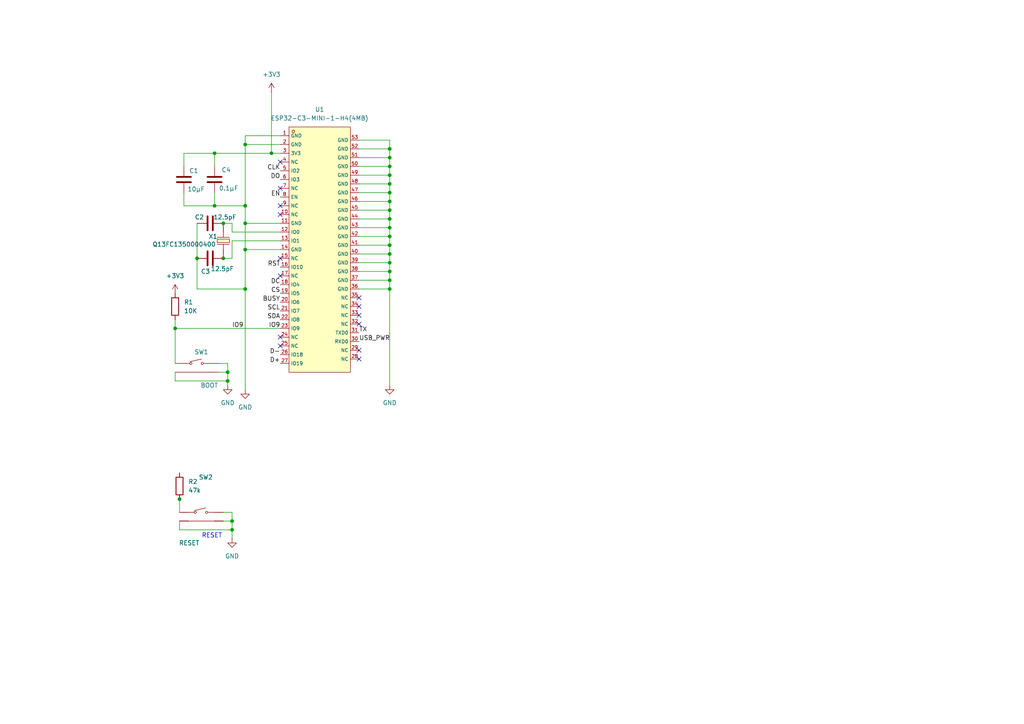
<source format=kicad_sch>
(kicad_sch (version 20231120) (generator "eeschema") (generator_version "8.0")
  (paper "A4")
  (lib_symbols
    (symbol "Device:C" (pin_numbers hide) (pin_names (offset 0.254))
      (property "Reference" "C" (at 0.635 2.54 0))
      (property "Value" "C" (at 0.635 -2.54 0))
      (symbol "C_0_1"
        (polyline (pts (xy -2.032 -0.762) (xy 2.032 -0.762)) (stroke (width 0.508)))
        (polyline (pts (xy -2.032 0.762) (xy 2.032 0.762)) (stroke (width 0.508)))
      )
      (symbol "C_1_1"
        (pin passive line (at 0 3.81 270) (length 2.794) (name "~") (number "1"))
        (pin passive line (at 0 -3.81 90) (length 2.794) (name "~") (number "2"))
      )
    )
    (symbol "Device:R" (pin_numbers hide) (pin_names (offset 0))
      (property "Reference" "R" (at 2.032 0 90))
      (property "Value" "R" (at 0 0 90))
      (symbol "R_0_1"
        (rectangle (start -1.016 -2.54) (end 1.016 2.54) (stroke (width 0.254)))
      )
      (symbol "R_1_1"
        (pin passive line (at 0 3.81 270) (length 1.27) (name "~") (number "1"))
        (pin passive line (at 0 -3.81 90) (length 1.27) (name "~") (number "2"))
      )
    )
    (symbol "TS-1077S-02026_1" (pin_numbers hide) (pin_names hide)
      (property "Reference" "SW" (at 0 5.08 0))
      (property "Value" "TS-1077S-02026" (at 0 -7.62 0))
      (symbol "TS-1077S-02026_1_0_1"
        (circle (center -3.05 0) (radius 0.32))
        (polyline (pts (xy -5.08 -2.54) (xy 2.54 -2.54)))
        (polyline (pts (xy -3.3 0) (xy -5.08 0)))
        (polyline (pts (xy -3.3 0.51) (xy 0 1.27)))
        (polyline (pts (xy 0.76 0) (xy 2.54 0)))
        (circle (center 0.25 0) (radius 0.32))
        (pin unspecified line (at -7.62 0 0) (length 2.54) (name "1") (number "1"))
        (pin unspecified line (at 5.08 0 180) (length 2.54) (name "2") (number "2"))
        (pin unspecified line (at 5.08 -2.54 180) (length 2.54) (name "3") (number "3"))
        (pin unspecified line (at -7.62 -2.54 0) (length 2.54) (name "4") (number "4"))
      )
    )
    (symbol "easyeda2kicad.kicad_sym:ESP32-C3-MINI-1-H4(4MB)"
      (property "Reference" "U" (at 0 1.27 0))
      (property "Value" "ESP32-C3-MINI-1-H4(4MB)" (at 0 -2.54 0))
      (symbol "ESP32-C3-MINI-1-H4(4MB)_0_1"
        (rectangle (start -8.89 35.5601) (end 8.89 -35.5601) (fill (type background)))
        (circle (center -7.62 34.2901) (radius 0.381) (fill (type background)))
        (pin power_in line (at -11.43 33.02 0) (length 2.54) (name "GND") (number "1"))
        (pin free line (at -11.43 10.16 0) (length 2.54) (name "NC") (number "10"))
        (pin power_in line (at -11.43 7.62 0) (length 2.54) (name "GND") (number "11"))
        (pin bidirectional line (at -11.43 5.08 0) (length 2.54) (name "IO0") (number "12"))
        (pin bidirectional line (at -11.43 2.54 0) (length 2.54) (name "IO1") (number "13"))
        (pin power_in line (at -11.43 0 0) (length 2.54) (name "GND") (number "14"))
        (pin free line (at -11.43 -2.54 0) (length 2.54) (name "NC") (number "15"))
        (pin bidirectional line (at -11.43 -5.08 0) (length 2.54) (name "IO10") (number "16"))
        (pin free line (at -11.43 -7.62 0) (length 2.54) (name "NC") (number "17"))
        (pin bidirectional line (at -11.43 -10.16 0) (length 2.54) (name "IO4") (number "18"))
        (pin bidirectional line (at -11.43 -12.7 0) (length 2.54) (name "IO5") (number "19"))
        (pin power_in line (at -11.43 30.48 0) (length 2.54) (name "GND") (number "2"))
        (pin bidirectional line (at -11.43 -15.24 0) (length 2.54) (name "IO6") (number "20"))
        (pin bidirectional line (at -11.43 -17.78 0) (length 2.54) (name "IO7") (number "21"))
        (pin bidirectional line (at -11.43 -20.32 0) (length 2.54) (name "IO8") (number "22"))
        (pin bidirectional line (at -11.43 -22.86 0) (length 2.54) (name "IO9") (number "23"))
        (pin free line (at -11.43 -25.4 0) (length 2.54) (name "NC") (number "24"))
        (pin free line (at -11.43 -27.94 0) (length 2.54) (name "NC") (number "25"))
        (pin bidirectional line (at -11.43 -30.48 0) (length 2.54) (name "IO18") (number "26"))
        (pin bidirectional line (at -11.43 -33.02 0) (length 2.54) (name "IO19") (number "27"))
        (pin free line (at 11.43 -31.75 180) (length 2.54) (name "NC") (number "28"))
        (pin free line (at 11.43 -29.21 180) (length 2.54) (name "NC") (number "29"))
        (pin power_in line (at -11.43 27.94 0) (length 2.54) (name "3V3") (number "3"))
        (pin input line (at 11.43 -26.67 180) (length 2.54) (name "RXD0") (number "30"))
        (pin output line (at 11.43 -24.13 180) (length 2.54) (name "TXD0") (number "31"))
        (pin free line (at 11.43 -21.59 180) (length 2.54) (name "NC") (number "32"))
        (pin free line (at 11.43 -19.05 180) (length 2.54) (name "NC") (number "33"))
        (pin free line (at 11.43 -16.51 180) (length 2.54) (name "NC") (number "34"))
        (pin power_out line (at 11.43 -13.97 180) (length 2.54) (name "NC") (number "35"))
        (pin power_in line (at 11.43 -11.43 180) (length 2.54) (name "GND") (number "36"))
        (pin power_in line (at 11.43 -8.89 180) (length 2.54) (name "GND") (number "37"))
        (pin power_in line (at 11.43 -6.35 180) (length 2.54) (name "GND") (number "38"))
        (pin power_in line (at 11.43 -3.81 180) (length 2.54) (name "GND") (number "39"))
        (pin free line (at -11.43 25.4 0) (length 2.54) (name "NC") (number "4"))
        (pin power_in line (at 11.43 -1.27 180) (length 2.54) (name "GND") (number "40"))
        (pin power_in line (at 11.43 1.27 180) (length 2.54) (name "GND") (number "41"))
        (pin power_in line (at 11.43 3.81 180) (length 2.54) (name "GND") (number "42"))
        (pin power_in line (at 11.43 6.35 180) (length 2.54) (name "GND") (number "43"))
        (pin power_in line (at 11.43 8.89 180) (length 2.54) (name "GND") (number "44"))
        (pin power_in line (at 11.43 11.43 180) (length 2.54) (name "GND") (number "45"))
        (pin power_in line (at 11.43 13.97 180) (length 2.54) (name "GND") (number "46"))
        (pin power_in line (at 11.43 16.51 180) (length 2.54) (name "GND") (number "47"))
        (pin power_in line (at 11.43 19.05 180) (length 2.54) (name "GND") (number "48"))
        (pin power_in line (at 11.43 21.59 180) (length 2.54) (name "GND") (number "49"))
        (pin bidirectional line (at -11.43 22.86 0) (length 2.54) (name "IO2") (number "5"))
        (pin power_in line (at 11.43 24.13 180) (length 2.54) (name "GND") (number "50"))
        (pin power_in line (at 11.43 26.67 180) (length 2.54) (name "GND") (number "51"))
        (pin power_in line (at 11.43 29.21 180) (length 2.54) (name "GND") (number "52"))
        (pin power_in line (at 11.43 31.75 180) (length 2.54) (name "GND") (number "53"))
        (pin bidirectional line (at -11.43 20.32 0) (length 2.54) (name "IO3") (number "6"))
        (pin free line (at -11.43 17.78 0) (length 2.54) (name "NC") (number "7"))
        (pin input line (at -11.43 15.24 0) (length 2.54) (name "EN") (number "8"))
        (pin free line (at -11.43 12.7 0) (length 2.54) (name "NC") (number "9"))
      )
    )
    (symbol "new:Q13FC1350000400" (pin_numbers hide) (pin_names hide)
      (property "Reference" "X" (at 0 5.08 0))
      (property "Value" "Q13FC1350000400" (at 0 -5.08 0))
      (symbol "Q13FC1350000400_0_1"
        (rectangle (start -0.51 1.78) (end 0.51 -1.78) (fill (type background)))
        (polyline (pts (xy -2.54 0) (xy -1.02 0)))
        (polyline (pts (xy -1.02 1.78) (xy -1.02 -1.78)))
        (polyline (pts (xy 1.02 0) (xy 2.54 0)))
        (polyline (pts (xy 1.02 1.78) (xy 1.02 -1.78)))
        (pin unspecified line (at -5.08 0 0) (length 2.54) (name "1") (number "1"))
        (pin unspecified line (at 5.08 0 180) (length 2.54) (name "2") (number "2"))
      )
    )
    (symbol "new:TS-1077S-02026" (pin_numbers hide) (pin_names hide)
      (property "Reference" "SW" (at 0 5.08 0))
      (property "Value" "TS-1077S-02026" (at 0 -7.62 0))
      (symbol "TS-1077S-02026_0_1"
        (circle (center -3.05 0) (radius 0.32))
        (polyline (pts (xy -5.08 -2.54) (xy 2.54 -2.54)))
        (polyline (pts (xy -3.3 0) (xy -5.08 0)))
        (polyline (pts (xy -3.3 0.51) (xy 0 1.27)))
        (polyline (pts (xy 0.76 0) (xy 2.54 0)))
        (circle (center 0.25 0) (radius 0.32))
        (pin unspecified line (at -7.62 0 0) (length 2.54) (name "1") (number "1"))
        (pin unspecified line (at 5.08 0 180) (length 2.54) (name "2") (number "2"))
        (pin unspecified line (at 5.08 -2.54 180) (length 2.54) (name "3") (number "3"))
        (pin unspecified line (at -7.62 -2.54 0) (length 2.54) (name "4") (number "4"))
      )
    )
    (symbol "power:+3V3" (power) (pin_numbers hide) (pin_names (offset 0) hide)
      (property "Value" "+3V3" (at 0 3.556 0))
      (symbol "+3V3_0_1"
        (polyline (pts (xy -0.762 1.27) (xy 0 2.54)))
        (polyline (pts (xy 0 0) (xy 0 2.54)))
        (polyline (pts (xy 0 2.54) (xy 0.762 1.27)))
      )
      (symbol "+3V3_1_1"
        (pin power_in line (at 0 0 90) (length 0) (name "~") (number "1"))
      )
    )
    (symbol "power:GND" (power) (pin_numbers hide) (pin_names (offset 0) hide)
      (property "Value" "GND" (at 0 -3.81 0))
      (symbol "GND_0_1"
        (polyline (pts (xy 0 0) (xy 0 -1.27) (xy 1.27 -1.27) (xy 0 -2.54) (xy -1.27 -1.27) (xy 0 -1.27)))
      )
      (symbol "GND_1_1"
        (pin power_in line (at 0 0 270) (length 0) (name "~") (number "1"))
      )
    )
  )
  (junction (at 67.31 153.67))
  (junction (at 113.03 60.96))
  (junction (at 78.74 44.45))
  (junction (at 113.03 43.18))
  (junction (at 57.15 74.93))
  (junction (at 66.04 107.95))
  (junction (at 71.12 59.69))
  (junction (at 113.03 76.2))
  (junction (at 113.03 58.42))
  (junction (at 64.77 64.77))
  (junction (at 66.04 110.49))
  (junction (at 71.12 41.91))
  (junction (at 113.03 55.88))
  (junction (at 113.03 81.28))
  (junction (at 71.12 72.39))
  (junction (at 64.77 74.93))
  (junction (at 52.07 144.78))
  (junction (at 113.03 71.12))
  (junction (at 113.03 78.74))
  (junction (at 113.03 63.5))
  (junction (at 113.03 66.04))
  (junction (at 113.03 45.72))
  (junction (at 67.31 151.13))
  (junction (at 113.03 83.82))
  (junction (at 62.23 59.69))
  (junction (at 71.12 64.77))
  (junction (at 113.03 68.58))
  (junction (at 113.03 50.8))
  (junction (at 62.23 44.45))
  (junction (at 113.03 53.34))
  (junction (at 113.03 73.66))
  (junction (at 71.12 83.82))
  (junction (at 113.03 48.26))
  (junction (at 50.8 95.25))
  (no_connect (at 81.28 46.99))
  (no_connect (at 104.14 93.98))
  (no_connect (at 104.14 91.44))
  (no_connect (at 104.14 86.36))
  (no_connect (at 81.28 59.69))
  (no_connect (at 104.14 88.9))
  (no_connect (at 81.28 80.01))
  (no_connect (at 81.28 62.23))
  (no_connect (at 104.14 101.6))
  (no_connect (at 81.28 100.33))
  (no_connect (at 81.28 54.61))
  (no_connect (at 104.14 104.14))
  (no_connect (at 81.28 74.93))
  (no_connect (at 81.28 97.79))
  (wire (pts (xy 52.07 144.78) (xy 52.07 148.59)))
  (wire (pts (xy 52.07 143.51) (xy 52.07 144.78)))
  (wire (pts (xy 53.34 55.88) (xy 53.34 59.69)))
  (wire (pts (xy 52.07 151.13) (xy 52.07 153.67)))
  (wire (pts (xy 113.03 66.04) (xy 113.03 68.58)))
  (wire (pts (xy 104.14 58.42) (xy 113.03 58.42)))
  (wire (pts (xy 113.03 73.66) (xy 113.03 76.2)))
  (wire (pts (xy 67.31 153.67) (xy 67.31 156.21)))
  (wire (pts (xy 50.8 110.49) (xy 66.04 110.49)))
  (wire (pts (xy 64.77 74.93) (xy 67.31 74.93)))
  (wire (pts (xy 67.31 148.59) (xy 64.77 148.59)))
  (wire (pts (xy 104.14 73.66) (xy 113.03 73.66)))
  (wire (pts (xy 104.14 55.88) (xy 113.03 55.88)))
  (wire (pts (xy 113.03 45.72) (xy 113.03 48.26)))
  (wire (pts (xy 104.14 71.12) (xy 113.03 71.12)))
  (wire (pts (xy 81.28 44.45) (xy 78.74 44.45)))
  (wire (pts (xy 71.12 39.37) (xy 71.12 41.91)))
  (wire (pts (xy 113.03 81.28) (xy 113.03 83.82)))
  (wire (pts (xy 71.12 72.39) (xy 81.28 72.39)))
  (wire (pts (xy 113.03 63.5) (xy 113.03 66.04)))
  (wire (pts (xy 67.31 151.13) (xy 67.31 153.67)))
  (wire (pts (xy 104.14 48.26) (xy 113.03 48.26)))
  (wire (pts (xy 52.07 153.67) (xy 67.31 153.67)))
  (wire (pts (xy 63.5 105.41) (xy 66.04 105.41)))
  (wire (pts (xy 71.12 41.91) (xy 71.12 59.69)))
  (wire (pts (xy 71.12 83.82) (xy 71.12 113.03)))
  (wire (pts (xy 113.03 53.34) (xy 113.03 55.88)))
  (wire (pts (xy 57.15 83.82) (xy 71.12 83.82)))
  (wire (pts (xy 104.14 66.04) (xy 113.03 66.04)))
  (wire (pts (xy 62.23 55.88) (xy 62.23 59.69)))
  (wire (pts (xy 104.14 45.72) (xy 113.03 45.72)))
  (wire (pts (xy 71.12 72.39) (xy 71.12 83.82)))
  (wire (pts (xy 57.15 74.93) (xy 57.15 83.82)))
  (wire (pts (xy 104.14 68.58) (xy 113.03 68.58)))
  (wire (pts (xy 113.03 40.64) (xy 113.03 43.18)))
  (wire (pts (xy 104.14 60.96) (xy 113.03 60.96)))
  (wire (pts (xy 113.03 50.8) (xy 113.03 53.34)))
  (wire (pts (xy 78.74 44.45) (xy 62.23 44.45)))
  (wire (pts (xy 50.8 92.71) (xy 50.8 95.25)))
  (wire (pts (xy 71.12 59.69) (xy 71.12 64.77)))
  (wire (pts (xy 78.74 26.67) (xy 78.74 44.45)))
  (wire (pts (xy 104.14 83.82) (xy 113.03 83.82)))
  (wire (pts (xy 104.14 43.18) (xy 113.03 43.18)))
  (wire (pts (xy 71.12 41.91) (xy 81.28 41.91)))
  (wire (pts (xy 104.14 81.28) (xy 113.03 81.28)))
  (wire (pts (xy 67.31 148.59) (xy 67.31 151.13)))
  (wire (pts (xy 113.03 68.58) (xy 113.03 71.12)))
  (wire (pts (xy 104.14 78.74) (xy 113.03 78.74)))
  (wire (pts (xy 113.03 55.88) (xy 113.03 58.42)))
  (wire (pts (xy 63.5 107.95) (xy 66.04 107.95)))
  (wire (pts (xy 81.28 67.31) (xy 67.31 67.31)))
  (wire (pts (xy 81.28 69.85) (xy 67.31 69.85)))
  (wire (pts (xy 67.31 64.77) (xy 64.77 64.77)))
  (wire (pts (xy 71.12 64.77) (xy 71.12 72.39)))
  (wire (pts (xy 62.23 44.45) (xy 53.34 44.45)))
  (wire (pts (xy 113.03 43.18) (xy 113.03 45.72)))
  (wire (pts (xy 50.8 95.25) (xy 50.8 105.41)))
  (wire (pts (xy 57.15 64.77) (xy 57.15 74.93)))
  (wire (pts (xy 113.03 60.96) (xy 113.03 63.5)))
  (wire (pts (xy 62.23 59.69) (xy 71.12 59.69)))
  (wire (pts (xy 53.34 44.45) (xy 53.34 48.26)))
  (wire (pts (xy 67.31 67.31) (xy 67.31 64.77)))
  (wire (pts (xy 104.14 50.8) (xy 113.03 50.8)))
  (wire (pts (xy 104.14 40.64) (xy 113.03 40.64)))
  (wire (pts (xy 104.14 76.2) (xy 113.03 76.2)))
  (wire (pts (xy 81.28 39.37) (xy 71.12 39.37)))
  (wire (pts (xy 113.03 48.26) (xy 113.03 50.8)))
  (wire (pts (xy 104.14 53.34) (xy 113.03 53.34)))
  (wire (pts (xy 53.34 59.69) (xy 62.23 59.69)))
  (wire (pts (xy 113.03 71.12) (xy 113.03 73.66)))
  (wire (pts (xy 67.31 69.85) (xy 67.31 74.93)))
  (wire (pts (xy 66.04 107.95) (xy 66.04 110.49)))
  (wire (pts (xy 113.03 78.74) (xy 113.03 81.28)))
  (wire (pts (xy 113.03 83.82) (xy 113.03 111.76)))
  (wire (pts (xy 66.04 105.41) (xy 66.04 107.95)))
  (wire (pts (xy 113.03 58.42) (xy 113.03 60.96)))
  (wire (pts (xy 64.77 151.13) (xy 67.31 151.13)))
  (wire (pts (xy 104.14 63.5) (xy 113.03 63.5)))
  (wire (pts (xy 50.8 107.95) (xy 50.8 110.49)))
  (wire (pts (xy 71.12 64.77) (xy 81.28 64.77)))
  (wire (pts (xy 62.23 44.45) (xy 62.23 48.26)))
  (wire (pts (xy 66.04 110.49) (xy 66.04 111.76)))
  (wire (pts (xy 50.8 95.25) (xy 81.28 95.25)))
  (wire (pts (xy 113.03 76.2) (xy 113.03 78.74)))
  (text "RESET" (at 61.468 155.448 0) (effects (font (size 1.27 1.27))))
  (label "TX" (at 104.14 96.52 0))
  (label "CS" (at 81.28 85.09 180))
  (label "CLK" (at 81.28 49.53 180))
  (label "IO9" (at 81.28 95.25 180))
  (label "SDA" (at 81.28 92.71 180))
  (label "BUSY" (at 81.28 87.63 180))
  (label "DC" (at 81.28 82.55 180))
  (label "RST" (at 81.28 77.47 180))
  (label "USB_PWR" (at 104.14 99.06 0))
  (label "SCL" (at 81.28 90.17 180))
  (label "DO" (at 81.28 52.07 180))
  (label "D+" (at 81.28 105.41 180))
  (label "IO9" (at 67.31 95.25 0))
  (label "EN" (at 81.28 57.15 180))
  (label "D-" (at 81.28 102.87 180))
  (symbol (lib_id "power:GND") (at 67.31 156.21 0) (unit 1)
    (property "Reference" "#PWR06" (effects (hide yes)))
    (property "Value" "GND" (at 67.31 161.29 0))
    (property "Description" "Power symbol creates a global label with name \"GND\" , ground" (effects (hide yes)))
  )
  (symbol (lib_id "Device:C") (at 62.23 52.07 0) (unit 1)
    (property "Reference" "C4" (at 64.262 49.276 0) (effects (justify left)))
    (property "Value" "0.1µF" (at 63.5 54.61 0) (effects (justify left)))
    (property "Footprint" "Capacitor_SMD:C_0805_2012Metric" (effects (hide yes)))
    (property "Description" "Unpolarized capacitor" (effects (hide yes)))
    (property "LCSC" "C519980" (effects (hide yes)))
  )
  (symbol (lib_id "power:GND") (at 71.12 113.03 0) (unit 1)
    (property "Reference" "#PWR03" (effects (hide yes)))
    (property "Value" "GND" (at 71.12 118.11 0))
    (property "Description" "Power symbol creates a global label with name \"GND\" , ground" (effects (hide yes)))
  )
  (symbol (lib_id "power:+3V3") (at 50.8 85.09 0) (unit 1)
    (property "Reference" "#PWR01" (effects (hide yes)))
    (property "Value" "+3V3" (at 50.8 80.01 0))
    (property "Description" "Power symbol creates a global label with name \"+3V3\"" (effects (hide yes)))
  )
  (symbol (lib_name "TS-1077S-02026_1") (lib_id "new:TS-1077S-02026") (at 59.69 148.59 0) (unit 1)
    (property "Reference" "SW2" (at 59.69 138.43 0))
    (property "Value" "RESET" (at 54.864 157.48 0))
    (property "Footprint" "EasyEDA:SW-SMD_L3.1-W3.1-P2.20-LS4.0" (effects (hide yes)))
    (property "Datasheet" "https://lcsc.com/product-detail/New-Arrivals_XUNPU-TS-1077S-02026_C455261.html" (effects (hide yes)))
    (property "LCSC" "C2689518" (effects (hide yes)))
    (property "LCSC Part" "C455261" (effects (hide yes)))
  )
  (symbol (lib_id "new:Q13FC1350000400") (at 64.77 69.85 270) (unit 1)
    (property "Reference" "X1" (at 60.452 68.58 90) (effects (justify left)))
    (property "Value" "Q13FC1350000400" (at 44.196 70.866 90) (effects (justify left)))
    (property "Footprint" "EasyEDA:FC-135R_L3.2-W1.5" (effects (hide yes)))
    (property "Datasheet" "https://lcsc.com/product-detail/SMD-Crystals_EPSON_Q13FC1350000400_32-768KHz-20ppm-12-5pF_C32346.html" (effects (hide yes)))
    (property "LCSC Part" "C32346" (effects (hide yes)))
  )
  (symbol (lib_id "power:+3V3") (at 78.74 26.67 0) (unit 1)
    (property "Reference" "#PWR04" (effects (hide yes)))
    (property "Value" "+3V3" (at 78.74 21.59 0))
    (property "Description" "Power symbol creates a global label with name \"+3V3\"" (effects (hide yes)))
  )
  (symbol (lib_id "Device:R") (at 52.07 140.97 0) (unit 1)
    (property "Reference" "R2" (at 54.61 139.6999 0) (effects (justify left)))
    (property "Value" "47k" (at 54.61 142.2399 0) (effects (justify left)))
    (property "Footprint" "Resistor_SMD:R_0805_2012Metric_Pad1.20x1.40mm_HandSolder" (effects (hide yes)))
    (property "Description" "Resistor" (effects (hide yes)))
    (property "LCSC" "C17713" (effects (hide yes)))
  )
  (symbol (lib_id "easyeda2kicad.kicad_sym:ESP32-C3-MINI-1-H4(4MB)") (at 92.71 72.39 0) (unit 1)
    (property "Reference" "U1" (at 92.71 31.75 0))
    (property "Value" "ESP32-C3-MINI-1-H4(4MB)" (at 92.71 34.29 0))
    (property "Footprint" "footprint:WIFIM-SMD_ESP32-C3-MINI-1" (effects (hide yes)))
    (property "Datasheet" "https://atta.szlcsc.com/upload/public/pdf/source/20210720/C2838502_820C448AE0C4DF1D4546A4A5DCA77C73.pdf" (effects (hide yes)))
    (property "LCSC" "C2934569" (effects (hide yes)))
  )
  (symbol (lib_id "new:TS-1077S-02026") (at 58.42 105.41 0) (unit 1)
    (property "Reference" "SW1" (at 58.42 102.108 0))
    (property "Value" "BOOT" (at 60.706 111.76 0))
    (property "Footprint" "EasyEDA:SW-SMD_L3.1-W3.1-P2.20-LS4.0" (effects (hide yes)))
    (property "Datasheet" "https://lcsc.com/product-detail/New-Arrivals_XUNPU-TS-1077S-02026_C455261.html" (effects (hide yes)))
    (property "LCSC" "C2689518" (effects (hide yes)))
    (property "LCSC Part" "C455261" (effects (hide yes)))
  )
  (symbol (lib_id "Device:C") (at 53.34 52.07 0) (unit 1)
    (property "Reference" "C1" (at 54.864 49.53 0) (effects (justify left)))
    (property "Value" "10µF" (at 54.356 54.864 0) (effects (justify left)))
    (property "Footprint" "Capacitor_SMD:C_0805_2012Metric" (effects (hide yes)))
    (property "Description" "Unpolarized capacitor" (effects (hide yes)))
    (property "LCSC" "C1713" (effects (hide yes)))
  )
  (symbol (lib_id "Device:C") (at 60.96 74.93 90) (unit 1)
    (property "Reference" "C3" (at 60.96 78.74 90) (effects (justify left)))
    (property "Value" "12.5pF" (at 67.818 77.978 90) (effects (justify left)))
    (property "Footprint" "Capacitor_SMD:C_0805_2012Metric" (effects (hide yes)))
    (property "Description" "Unpolarized capacitor" (effects (hide yes)))
    (property "LCSC" "C1792" (effects (hide yes)))
  )
  (symbol (lib_id "power:GND") (at 113.03 111.76 0) (unit 1)
    (property "Reference" "#PWR05" (effects (hide yes)))
    (property "Value" "GND" (at 113.03 116.84 0))
    (property "Description" "Power symbol creates a global label with name \"GND\" , ground" (effects (hide yes)))
  )
  (symbol (lib_id "Device:C") (at 60.96 64.77 90) (unit 1)
    (property "Reference" "C2" (at 59.182 62.992 90) (effects (justify left)))
    (property "Value" "12.5pF" (at 68.58 62.992 90) (effects (justify left)))
    (property "Footprint" "Capacitor_SMD:C_0805_2012Metric" (effects (hide yes)))
    (property "Description" "Unpolarized capacitor" (effects (hide yes)))
    (property "LCSC" "C1792" (effects (hide yes)))
  )
  (symbol (lib_id "Device:R") (at 50.8 88.9 0) (unit 1)
    (property "Reference" "R1" (at 53.34 87.6299 0) (effects (justify left)))
    (property "Value" "10K" (at 53.34 90.1699 0) (effects (justify left)))
    (property "Footprint" "Resistor_SMD:R_0805_2012Metric_Pad1.20x1.40mm_HandSolder" (effects (hide yes)))
    (property "Description" "Resistor" (effects (hide yes)))
    (property "LCSC" "C17414" (effects (hide yes)))
  )
  (symbol (lib_id "power:GND") (at 66.04 111.76 0) (unit 1)
    (property "Reference" "#PWR02" (effects (hide yes)))
    (property "Value" "GND" (at 66.04 116.84 0))
    (property "Description" "Power symbol creates a global label with name \"GND\" , ground" (effects (hide yes)))
  )
)
</source>
